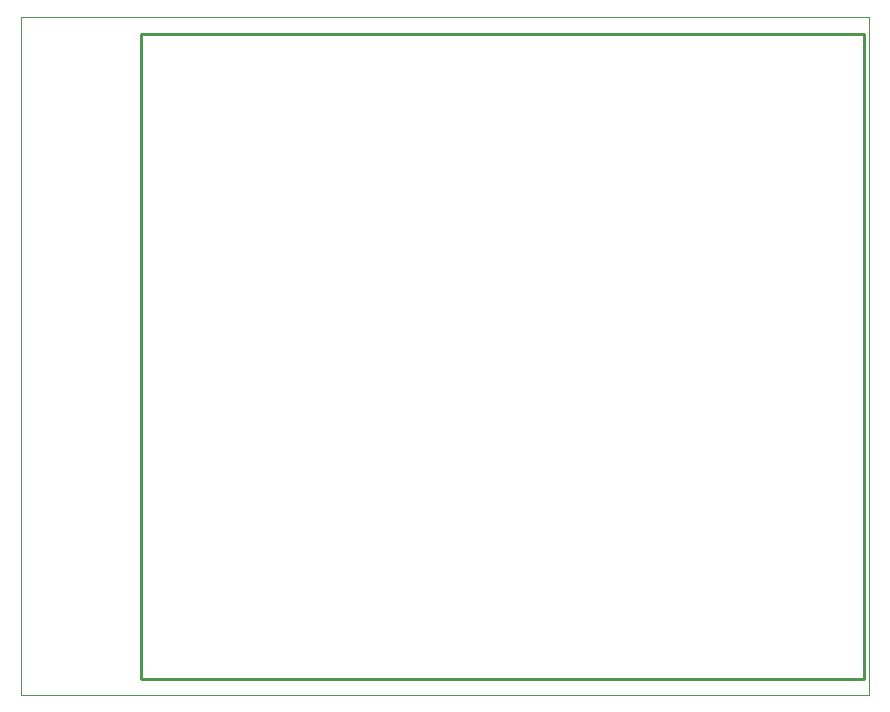
<source format=gbo>
G75*
%MOIN*%
%OFA0B0*%
%FSLAX25Y25*%
%IPPOS*%
%LPD*%
%AMOC8*
5,1,8,0,0,1.08239X$1,22.5*
%
%ADD10C,0.00000*%
%ADD11C,0.01000*%
D10*
X0001000Y0003300D02*
X0001000Y0229261D01*
X0283701Y0229261D01*
X0283701Y0003300D01*
X0001000Y0003300D01*
D11*
X0041000Y0008800D02*
X0041000Y0223800D01*
X0282000Y0223800D01*
X0282000Y0008800D01*
X0041000Y0008800D01*
M02*

</source>
